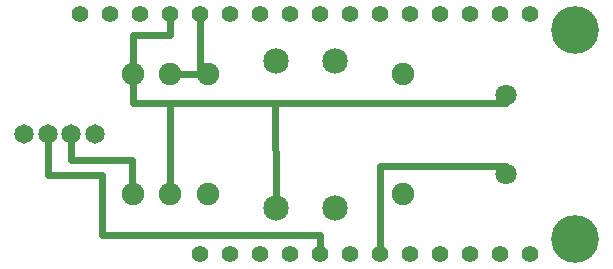
<source format=gtl>
G04 MADE WITH FRITZING*
G04 WWW.FRITZING.ORG*
G04 DOUBLE SIDED*
G04 HOLES PLATED*
G04 CONTOUR ON CENTER OF CONTOUR VECTOR*
%ASAXBY*%
%FSLAX23Y23*%
%MOIN*%
%OFA0B0*%
%SFA1.0B1.0*%
%ADD10C,0.055118*%
%ADD11C,0.075000*%
%ADD12C,0.158819*%
%ADD13C,0.085000*%
%ADD14C,0.065000*%
%ADD15C,0.070866*%
%ADD16R,0.000170X0.000170*%
%ADD17C,0.024000*%
%LNCOPPER1*%
G90*
G70*
G54D10*
X1453Y51D03*
X853Y51D03*
X253Y851D03*
X653Y851D03*
X1553Y51D03*
X1253Y51D03*
X953Y51D03*
X1353Y51D03*
X1453Y851D03*
G54D11*
X678Y651D03*
X678Y251D03*
X428Y651D03*
X428Y251D03*
X553Y651D03*
X553Y251D03*
X1328Y651D03*
X1328Y251D03*
G54D10*
X1353Y851D03*
X753Y51D03*
X653Y51D03*
X353Y851D03*
X1553Y851D03*
X1653Y851D03*
X1753Y851D03*
X1253Y851D03*
X1153Y851D03*
X1053Y851D03*
X753Y851D03*
X1653Y51D03*
X1053Y51D03*
X453Y851D03*
X853Y851D03*
X1753Y51D03*
X1153Y51D03*
X553Y851D03*
X953Y851D03*
G54D12*
X1902Y800D03*
X1902Y103D03*
G54D13*
X1103Y697D03*
X906Y697D03*
X906Y205D03*
X1103Y205D03*
X1103Y697D03*
X906Y697D03*
X906Y205D03*
X1103Y205D03*
G54D14*
X303Y451D03*
X224Y451D03*
X145Y451D03*
X67Y451D03*
G54D15*
X1673Y319D03*
X1673Y583D03*
G54D16*
X1145Y205D03*
G54D17*
X581Y651D02*
X649Y651D01*
D02*
X325Y317D02*
X325Y117D01*
D02*
X145Y317D02*
X325Y317D01*
D02*
X1052Y117D02*
X1052Y78D01*
D02*
X325Y117D02*
X1052Y117D01*
D02*
X145Y428D02*
X145Y317D01*
D02*
X653Y651D02*
X581Y651D01*
D02*
X653Y824D02*
X653Y651D01*
D02*
X551Y554D02*
X904Y554D01*
D02*
X428Y554D02*
X551Y554D01*
D02*
X428Y623D02*
X428Y554D01*
D02*
X553Y388D02*
X553Y280D01*
D02*
X551Y554D02*
X553Y388D01*
D02*
X553Y781D02*
X428Y781D01*
D02*
X428Y781D02*
X428Y680D01*
D02*
X553Y824D02*
X553Y781D01*
D02*
X426Y366D02*
X427Y280D01*
D02*
X224Y366D02*
X426Y366D01*
D02*
X224Y428D02*
X224Y366D01*
D02*
X1253Y78D02*
X1253Y347D01*
D02*
X904Y554D02*
X906Y240D01*
D02*
X1673Y554D02*
X1673Y556D01*
D02*
X904Y554D02*
X1673Y554D01*
D02*
X1253Y347D02*
X1673Y347D01*
D02*
X1673Y347D02*
X1673Y346D01*
G04 End of Copper1*
M02*
</source>
